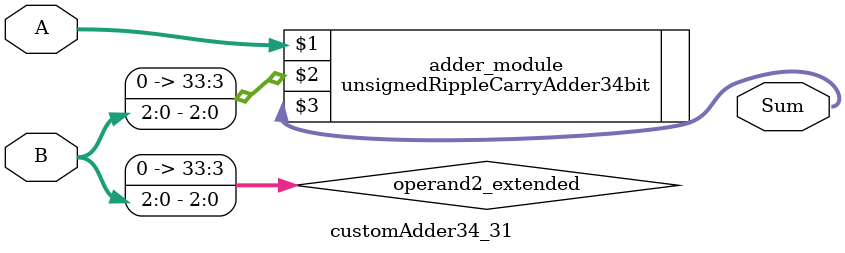
<source format=v>
module customAdder34_31(
                        input [33 : 0] A,
                        input [2 : 0] B,
                        
                        output [34 : 0] Sum
                );

        wire [33 : 0] operand2_extended;
        
        assign operand2_extended =  {31'b0, B};
        
        unsignedRippleCarryAdder34bit adder_module(
            A,
            operand2_extended,
            Sum
        );
        
        endmodule
        
</source>
